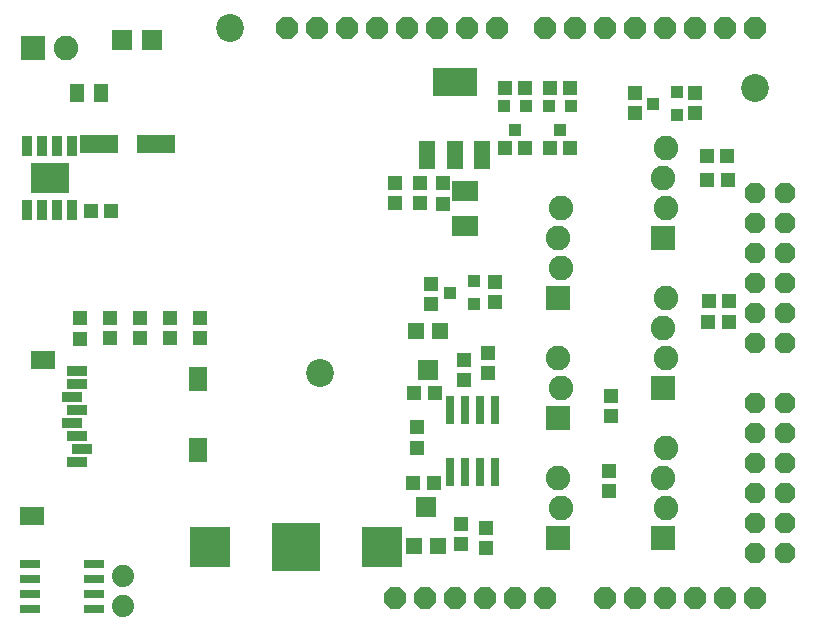
<source format=gbr>
G04 EAGLE Gerber RS-274X export*
G75*
%MOMM*%
%FSLAX34Y34*%
%LPD*%
%INSoldermask Top*%
%IPPOS*%
%AMOC8*
5,1,8,0,0,1.08239X$1,22.5*%
G01*
%ADD10C,2.362200*%
%ADD11P,2.034460X8X22.500000*%
%ADD12R,2.082800X2.082800*%
%ADD13C,2.082800*%
%ADD14P,1.869504X8X292.500000*%
%ADD15R,2.103200X1.603200*%
%ADD16R,1.603200X2.003200*%
%ADD17R,1.703200X0.903200*%
%ADD18R,1.303200X1.203200*%
%ADD19R,1.283200X1.253200*%
%ADD20R,0.803200X2.403200*%
%ADD21R,1.253200X1.283200*%
%ADD22R,1.703200X1.803200*%
%ADD23R,1.403200X1.403200*%
%ADD24R,0.853200X1.728200*%
%ADD25R,3.303200X2.603200*%
%ADD26R,1.203200X1.303200*%
%ADD27R,3.203200X1.603200*%
%ADD28R,1.303200X1.603200*%
%ADD29R,0.990600X1.092200*%
%ADD30P,1.869504X8X112.500000*%
%ADD31R,1.092200X0.990600*%
%ADD32R,1.753200X0.803200*%
%ADD33C,1.879600*%
%ADD34R,4.165600X4.165600*%
%ADD35R,3.378200X3.378200*%
%ADD36R,1.727200X1.727200*%
%ADD37R,2.203200X1.703200*%
%ADD38R,1.422400X2.438400*%
%ADD39R,3.803200X2.403200*%


D10*
X635000Y457200D03*
X190500Y508000D03*
X266700Y215900D03*
D11*
X533400Y508000D03*
X508000Y25400D03*
X558800Y508000D03*
X584200Y508000D03*
X609600Y508000D03*
X635000Y508000D03*
X508000Y508000D03*
X482600Y508000D03*
X457200Y508000D03*
X416560Y508000D03*
X391160Y508000D03*
X365760Y508000D03*
X340360Y508000D03*
X314960Y508000D03*
X289560Y508000D03*
X264160Y508000D03*
X238760Y508000D03*
X533400Y25400D03*
X558800Y25400D03*
X584200Y25400D03*
X609600Y25400D03*
X635000Y25400D03*
X457200Y25400D03*
X431800Y25400D03*
X406400Y25400D03*
X381000Y25400D03*
X355600Y25400D03*
X330200Y25400D03*
D12*
X468630Y177800D03*
D13*
X471170Y203200D03*
X468630Y228600D03*
D12*
X468630Y76200D03*
D13*
X471170Y101600D03*
X468630Y127000D03*
D12*
X557530Y76200D03*
D13*
X560070Y101600D03*
X557530Y127000D03*
X560070Y152400D03*
D14*
X635000Y190500D03*
X660400Y190500D03*
X635000Y165100D03*
X660400Y165100D03*
X635000Y139700D03*
X660400Y139700D03*
X635000Y114300D03*
X660400Y114300D03*
X635000Y88900D03*
X660400Y88900D03*
X635000Y63500D03*
X660400Y63500D03*
D15*
X32240Y227140D03*
X23240Y95140D03*
D16*
X163240Y211140D03*
X163240Y151140D03*
D17*
X61240Y218140D03*
X61240Y207140D03*
X57240Y196140D03*
X61240Y185140D03*
X57240Y174140D03*
X61240Y163140D03*
X65240Y152140D03*
X61240Y141140D03*
D18*
X114300Y245500D03*
X114300Y262500D03*
X88900Y245500D03*
X88900Y262500D03*
X139700Y245500D03*
X139700Y262500D03*
X165100Y245500D03*
X165100Y262500D03*
D19*
X63500Y245250D03*
X63500Y262750D03*
D18*
X513080Y179460D03*
X513080Y196460D03*
X511810Y132960D03*
X511810Y115960D03*
D20*
X389890Y132750D03*
X389890Y184750D03*
X377190Y132750D03*
X402590Y132750D03*
X415290Y132750D03*
X377190Y184750D03*
X402590Y184750D03*
X415290Y184750D03*
D18*
X388620Y209940D03*
X388620Y226940D03*
X386080Y88510D03*
X386080Y71510D03*
D21*
X363080Y123190D03*
X345580Y123190D03*
X364350Y199390D03*
X346850Y199390D03*
D22*
X356870Y102630D03*
D23*
X346870Y69380D03*
X366870Y69380D03*
D22*
X358140Y218680D03*
D23*
X368140Y251930D03*
X348140Y251930D03*
D12*
X24130Y491490D03*
D13*
X52070Y491490D03*
D24*
X19050Y353880D03*
X31750Y353880D03*
X44450Y353880D03*
X57150Y353880D03*
X57150Y408120D03*
X44450Y408120D03*
X31750Y408120D03*
X19050Y408120D03*
D25*
X38100Y381000D03*
D26*
X89780Y353060D03*
X72780Y353060D03*
D27*
X128140Y410210D03*
X80140Y410210D03*
D28*
X81120Y453390D03*
X61120Y453390D03*
D12*
X468630Y279400D03*
D13*
X471170Y304800D03*
X468630Y330200D03*
X471170Y355600D03*
D29*
X479806Y441960D03*
X460502Y441960D03*
X470154Y421640D03*
D26*
X461400Y457200D03*
X478400Y457200D03*
X478400Y406400D03*
X461400Y406400D03*
D29*
X441706Y441960D03*
X422402Y441960D03*
X432054Y421640D03*
D26*
X423300Y457200D03*
X440300Y457200D03*
X423300Y406400D03*
X440300Y406400D03*
D30*
X660400Y241300D03*
X635000Y241300D03*
X660400Y266700D03*
X635000Y266700D03*
X660400Y292100D03*
X635000Y292100D03*
X660400Y317500D03*
X635000Y317500D03*
X660400Y342900D03*
X635000Y342900D03*
X660400Y368300D03*
X635000Y368300D03*
D12*
X557530Y203200D03*
D13*
X560070Y228600D03*
X557530Y254000D03*
X560070Y279400D03*
D12*
X557530Y330200D03*
D13*
X560070Y355600D03*
X557530Y381000D03*
X560070Y406400D03*
D31*
X568960Y434594D03*
X568960Y453898D03*
X548640Y444246D03*
X397510Y274574D03*
X397510Y293878D03*
X377190Y284226D03*
D18*
X533400Y453000D03*
X533400Y436000D03*
X584200Y453000D03*
X584200Y436000D03*
X360680Y291710D03*
X360680Y274710D03*
X415290Y292980D03*
X415290Y275980D03*
D32*
X75160Y16510D03*
X75160Y29210D03*
X75160Y41910D03*
X75160Y54610D03*
X21160Y54610D03*
X21160Y41910D03*
X21160Y29210D03*
X21160Y16510D03*
D33*
X100330Y44450D03*
X100330Y19050D03*
D34*
X246380Y68580D03*
D35*
X319405Y68580D03*
X173355Y68580D03*
D36*
X124460Y497840D03*
X99060Y497840D03*
D18*
X351790Y376800D03*
X351790Y359800D03*
X330200Y359800D03*
X330200Y376800D03*
D19*
X370840Y359550D03*
X370840Y377050D03*
D37*
X389890Y340600D03*
X389890Y370600D03*
D38*
X357886Y400812D03*
X381000Y400812D03*
X404114Y400812D03*
D39*
X381000Y462790D03*
D26*
X596020Y276860D03*
X613020Y276860D03*
D21*
X613270Y259080D03*
X595770Y259080D03*
D26*
X611750Y400050D03*
X594750Y400050D03*
D21*
X594500Y379730D03*
X612000Y379730D03*
D18*
X408940Y216290D03*
X408940Y233290D03*
X407670Y84700D03*
X407670Y67700D03*
D19*
X349250Y170040D03*
X349250Y152540D03*
M02*

</source>
